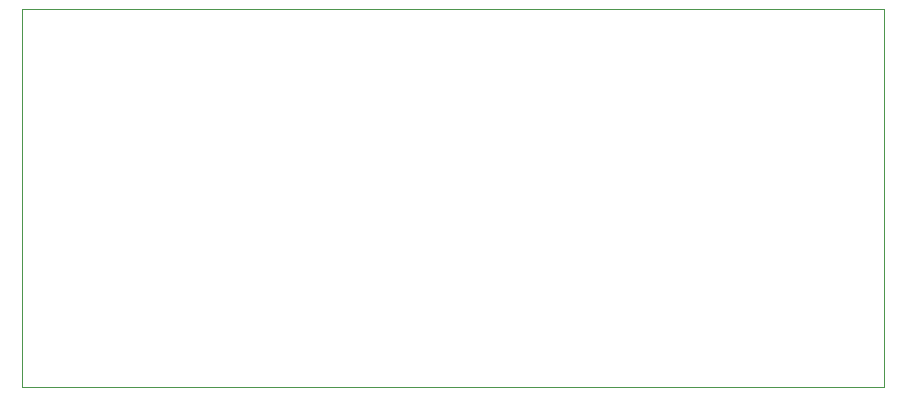
<source format=gbr>
G04 #@! TF.GenerationSoftware,KiCad,Pcbnew,5.1.10*
G04 #@! TF.CreationDate,2021-09-21T16:03:23-04:00*
G04 #@! TF.ProjectId,tinycalibrator,74696e79-6361-46c6-9962-7261746f722e,rev?*
G04 #@! TF.SameCoordinates,Original*
G04 #@! TF.FileFunction,Profile,NP*
%FSLAX46Y46*%
G04 Gerber Fmt 4.6, Leading zero omitted, Abs format (unit mm)*
G04 Created by KiCad (PCBNEW 5.1.10) date 2021-09-21 16:03:23*
%MOMM*%
%LPD*%
G01*
G04 APERTURE LIST*
G04 #@! TA.AperFunction,Profile*
%ADD10C,0.050000*%
G04 #@! TD*
G04 APERTURE END LIST*
D10*
X97000000Y-111000000D02*
X170000000Y-111000000D01*
X97000000Y-79000000D02*
X97000000Y-111000000D01*
X170000000Y-79000000D02*
X97000000Y-79000000D01*
X170000000Y-111000000D02*
X170000000Y-79000000D01*
M02*

</source>
